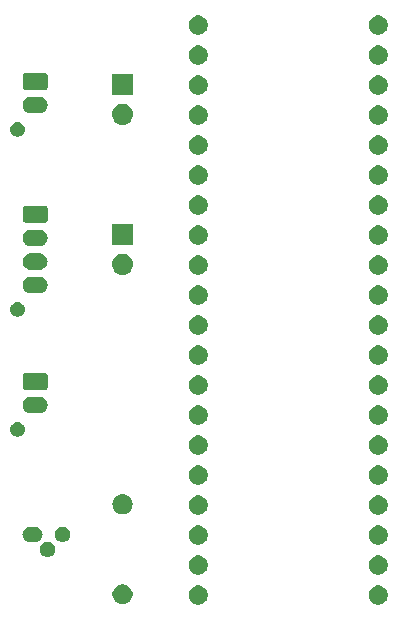
<source format=gbs>
G04 #@! TF.GenerationSoftware,KiCad,Pcbnew,(5.1.2-1)-1*
G04 #@! TF.CreationDate,2019-05-31T22:43:23-07:00*
G04 #@! TF.ProjectId,NeatoLidarInterface,4e656174-6f4c-4696-9461-72496e746572,rev?*
G04 #@! TF.SameCoordinates,Original*
G04 #@! TF.FileFunction,Soldermask,Bot*
G04 #@! TF.FilePolarity,Negative*
%FSLAX46Y46*%
G04 Gerber Fmt 4.6, Leading zero omitted, Abs format (unit mm)*
G04 Created by KiCad (PCBNEW (5.1.2-1)-1) date 2019-05-31 22:43:23*
%MOMM*%
%LPD*%
G04 APERTURE LIST*
%ADD10C,0.100000*%
G04 APERTURE END LIST*
D10*
G36*
X214927143Y-52618243D02*
G01*
X215075102Y-52679530D01*
X215208256Y-52768500D01*
X215321502Y-52881746D01*
X215410472Y-53014900D01*
X215471759Y-53162859D01*
X215503001Y-53319926D01*
X215503001Y-53480076D01*
X215471759Y-53637143D01*
X215410472Y-53785102D01*
X215321502Y-53918256D01*
X215208256Y-54031502D01*
X215075102Y-54120472D01*
X214927143Y-54181759D01*
X214770076Y-54213001D01*
X214609926Y-54213001D01*
X214452859Y-54181759D01*
X214304900Y-54120472D01*
X214171746Y-54031502D01*
X214058500Y-53918256D01*
X213969530Y-53785102D01*
X213908243Y-53637143D01*
X213877001Y-53480076D01*
X213877001Y-53319926D01*
X213908243Y-53162859D01*
X213969530Y-53014900D01*
X214058500Y-52881746D01*
X214171746Y-52768500D01*
X214304900Y-52679530D01*
X214452859Y-52618243D01*
X214609926Y-52587001D01*
X214770076Y-52587001D01*
X214927143Y-52618243D01*
X214927143Y-52618243D01*
G37*
G36*
X199687143Y-52618243D02*
G01*
X199835102Y-52679530D01*
X199968256Y-52768500D01*
X200081502Y-52881746D01*
X200170472Y-53014900D01*
X200231759Y-53162859D01*
X200263001Y-53319926D01*
X200263001Y-53480076D01*
X200231759Y-53637143D01*
X200170472Y-53785102D01*
X200081502Y-53918256D01*
X199968256Y-54031502D01*
X199835102Y-54120472D01*
X199687143Y-54181759D01*
X199530076Y-54213001D01*
X199369926Y-54213001D01*
X199212859Y-54181759D01*
X199064900Y-54120472D01*
X198931746Y-54031502D01*
X198818500Y-53918256D01*
X198729530Y-53785102D01*
X198668243Y-53637143D01*
X198637001Y-53480076D01*
X198637001Y-53319926D01*
X198668243Y-53162859D01*
X198729530Y-53014900D01*
X198818500Y-52881746D01*
X198931746Y-52768500D01*
X199064900Y-52679530D01*
X199212859Y-52618243D01*
X199369926Y-52587001D01*
X199530076Y-52587001D01*
X199687143Y-52618243D01*
X199687143Y-52618243D01*
G37*
G36*
X193288228Y-52521703D02*
G01*
X193443100Y-52585853D01*
X193582481Y-52678985D01*
X193701015Y-52797519D01*
X193794147Y-52936900D01*
X193858297Y-53091772D01*
X193891000Y-53256184D01*
X193891000Y-53423816D01*
X193858297Y-53588228D01*
X193794147Y-53743100D01*
X193701015Y-53882481D01*
X193582481Y-54001015D01*
X193443100Y-54094147D01*
X193288228Y-54158297D01*
X193123816Y-54191000D01*
X192956184Y-54191000D01*
X192791772Y-54158297D01*
X192636900Y-54094147D01*
X192497519Y-54001015D01*
X192378985Y-53882481D01*
X192285853Y-53743100D01*
X192221703Y-53588228D01*
X192189000Y-53423816D01*
X192189000Y-53256184D01*
X192221703Y-53091772D01*
X192285853Y-52936900D01*
X192378985Y-52797519D01*
X192497519Y-52678985D01*
X192636900Y-52585853D01*
X192791772Y-52521703D01*
X192956184Y-52489000D01*
X193123816Y-52489000D01*
X193288228Y-52521703D01*
X193288228Y-52521703D01*
G37*
G36*
X214927143Y-50078243D02*
G01*
X215075102Y-50139530D01*
X215208256Y-50228500D01*
X215321502Y-50341746D01*
X215410472Y-50474900D01*
X215471759Y-50622859D01*
X215503001Y-50779926D01*
X215503001Y-50940076D01*
X215471759Y-51097143D01*
X215410472Y-51245102D01*
X215321502Y-51378256D01*
X215208256Y-51491502D01*
X215075102Y-51580472D01*
X214927143Y-51641759D01*
X214770076Y-51673001D01*
X214609926Y-51673001D01*
X214452859Y-51641759D01*
X214304900Y-51580472D01*
X214171746Y-51491502D01*
X214058500Y-51378256D01*
X213969530Y-51245102D01*
X213908243Y-51097143D01*
X213877001Y-50940076D01*
X213877001Y-50779926D01*
X213908243Y-50622859D01*
X213969530Y-50474900D01*
X214058500Y-50341746D01*
X214171746Y-50228500D01*
X214304900Y-50139530D01*
X214452859Y-50078243D01*
X214609926Y-50047001D01*
X214770076Y-50047001D01*
X214927143Y-50078243D01*
X214927143Y-50078243D01*
G37*
G36*
X199687143Y-50078243D02*
G01*
X199835102Y-50139530D01*
X199968256Y-50228500D01*
X200081502Y-50341746D01*
X200170472Y-50474900D01*
X200231759Y-50622859D01*
X200263001Y-50779926D01*
X200263001Y-50940076D01*
X200231759Y-51097143D01*
X200170472Y-51245102D01*
X200081502Y-51378256D01*
X199968256Y-51491502D01*
X199835102Y-51580472D01*
X199687143Y-51641759D01*
X199530076Y-51673001D01*
X199369926Y-51673001D01*
X199212859Y-51641759D01*
X199064900Y-51580472D01*
X198931746Y-51491502D01*
X198818500Y-51378256D01*
X198729530Y-51245102D01*
X198668243Y-51097143D01*
X198637001Y-50940076D01*
X198637001Y-50779926D01*
X198668243Y-50622859D01*
X198729530Y-50474900D01*
X198818500Y-50341746D01*
X198931746Y-50228500D01*
X199064900Y-50139530D01*
X199212859Y-50078243D01*
X199369926Y-50047001D01*
X199530076Y-50047001D01*
X199687143Y-50078243D01*
X199687143Y-50078243D01*
G37*
G36*
X186753855Y-48882140D02*
G01*
X186817618Y-48888420D01*
X186892054Y-48911000D01*
X186940336Y-48925646D01*
X187053425Y-48986094D01*
X187152554Y-49067446D01*
X187233906Y-49166575D01*
X187294354Y-49279664D01*
X187294355Y-49279668D01*
X187331580Y-49402382D01*
X187344149Y-49530000D01*
X187331580Y-49657618D01*
X187304040Y-49748404D01*
X187294354Y-49780336D01*
X187233906Y-49893425D01*
X187152554Y-49992554D01*
X187053425Y-50073906D01*
X186940336Y-50134354D01*
X186908404Y-50144040D01*
X186817618Y-50171580D01*
X186753855Y-50177860D01*
X186721974Y-50181000D01*
X186658026Y-50181000D01*
X186626145Y-50177860D01*
X186562382Y-50171580D01*
X186471596Y-50144040D01*
X186439664Y-50134354D01*
X186326575Y-50073906D01*
X186227446Y-49992554D01*
X186146094Y-49893425D01*
X186085646Y-49780336D01*
X186075960Y-49748404D01*
X186048420Y-49657618D01*
X186035851Y-49530000D01*
X186048420Y-49402382D01*
X186085645Y-49279668D01*
X186085646Y-49279664D01*
X186146094Y-49166575D01*
X186227446Y-49067446D01*
X186326575Y-48986094D01*
X186439664Y-48925646D01*
X186487946Y-48911000D01*
X186562382Y-48888420D01*
X186626145Y-48882140D01*
X186658026Y-48879000D01*
X186721974Y-48879000D01*
X186753855Y-48882140D01*
X186753855Y-48882140D01*
G37*
G36*
X214927143Y-47538243D02*
G01*
X215075102Y-47599530D01*
X215208256Y-47688500D01*
X215321502Y-47801746D01*
X215410472Y-47934900D01*
X215471759Y-48082859D01*
X215503001Y-48239926D01*
X215503001Y-48400076D01*
X215471759Y-48557143D01*
X215410472Y-48705102D01*
X215321502Y-48838256D01*
X215208256Y-48951502D01*
X215075102Y-49040472D01*
X214927143Y-49101759D01*
X214770076Y-49133001D01*
X214609926Y-49133001D01*
X214452859Y-49101759D01*
X214304900Y-49040472D01*
X214171746Y-48951502D01*
X214058500Y-48838256D01*
X213969530Y-48705102D01*
X213908243Y-48557143D01*
X213877001Y-48400076D01*
X213877001Y-48239926D01*
X213908243Y-48082859D01*
X213969530Y-47934900D01*
X214058500Y-47801746D01*
X214171746Y-47688500D01*
X214304900Y-47599530D01*
X214452859Y-47538243D01*
X214609926Y-47507001D01*
X214770076Y-47507001D01*
X214927143Y-47538243D01*
X214927143Y-47538243D01*
G37*
G36*
X199687143Y-47538243D02*
G01*
X199835102Y-47599530D01*
X199968256Y-47688500D01*
X200081502Y-47801746D01*
X200170472Y-47934900D01*
X200231759Y-48082859D01*
X200263001Y-48239926D01*
X200263001Y-48400076D01*
X200231759Y-48557143D01*
X200170472Y-48705102D01*
X200081502Y-48838256D01*
X199968256Y-48951502D01*
X199835102Y-49040472D01*
X199687143Y-49101759D01*
X199530076Y-49133001D01*
X199369926Y-49133001D01*
X199212859Y-49101759D01*
X199064900Y-49040472D01*
X198931746Y-48951502D01*
X198818500Y-48838256D01*
X198729530Y-48705102D01*
X198668243Y-48557143D01*
X198637001Y-48400076D01*
X198637001Y-48239926D01*
X198668243Y-48082859D01*
X198729530Y-47934900D01*
X198818500Y-47801746D01*
X198931746Y-47688500D01*
X199064900Y-47599530D01*
X199212859Y-47538243D01*
X199369926Y-47507001D01*
X199530076Y-47507001D01*
X199687143Y-47538243D01*
X199687143Y-47538243D01*
G37*
G36*
X188023855Y-47612140D02*
G01*
X188087618Y-47618420D01*
X188178404Y-47645960D01*
X188210336Y-47655646D01*
X188323425Y-47716094D01*
X188422554Y-47797446D01*
X188503906Y-47896575D01*
X188564354Y-48009664D01*
X188564355Y-48009668D01*
X188601580Y-48132382D01*
X188614149Y-48260000D01*
X188601580Y-48387618D01*
X188574040Y-48478404D01*
X188564354Y-48510336D01*
X188503906Y-48623425D01*
X188422554Y-48722554D01*
X188323425Y-48803906D01*
X188210336Y-48864354D01*
X188178404Y-48874040D01*
X188087618Y-48901580D01*
X188023855Y-48907860D01*
X187991974Y-48911000D01*
X187928026Y-48911000D01*
X187896145Y-48907860D01*
X187832382Y-48901580D01*
X187741596Y-48874040D01*
X187709664Y-48864354D01*
X187596575Y-48803906D01*
X187497446Y-48722554D01*
X187416094Y-48623425D01*
X187355646Y-48510336D01*
X187345960Y-48478404D01*
X187318420Y-48387618D01*
X187305851Y-48260000D01*
X187318420Y-48132382D01*
X187355645Y-48009668D01*
X187355646Y-48009664D01*
X187416094Y-47896575D01*
X187497446Y-47797446D01*
X187596575Y-47716094D01*
X187709664Y-47655646D01*
X187741596Y-47645960D01*
X187832382Y-47618420D01*
X187896145Y-47612140D01*
X187928026Y-47609000D01*
X187991974Y-47609000D01*
X188023855Y-47612140D01*
X188023855Y-47612140D01*
G37*
G36*
X185683855Y-47612140D02*
G01*
X185747618Y-47618420D01*
X185838404Y-47645960D01*
X185870336Y-47655646D01*
X185983425Y-47716094D01*
X186082554Y-47797446D01*
X186163906Y-47896575D01*
X186224354Y-48009664D01*
X186224355Y-48009668D01*
X186261580Y-48132382D01*
X186274149Y-48260000D01*
X186261580Y-48387618D01*
X186234040Y-48478404D01*
X186224354Y-48510336D01*
X186163906Y-48623425D01*
X186082554Y-48722554D01*
X185983425Y-48803906D01*
X185870336Y-48864354D01*
X185838404Y-48874040D01*
X185747618Y-48901580D01*
X185683855Y-48907860D01*
X185651974Y-48911000D01*
X185188026Y-48911000D01*
X185156145Y-48907860D01*
X185092382Y-48901580D01*
X185001596Y-48874040D01*
X184969664Y-48864354D01*
X184856575Y-48803906D01*
X184757446Y-48722554D01*
X184676094Y-48623425D01*
X184615646Y-48510336D01*
X184605960Y-48478404D01*
X184578420Y-48387618D01*
X184565851Y-48260000D01*
X184578420Y-48132382D01*
X184615645Y-48009668D01*
X184615646Y-48009664D01*
X184676094Y-47896575D01*
X184757446Y-47797446D01*
X184856575Y-47716094D01*
X184969664Y-47655646D01*
X185001596Y-47645960D01*
X185092382Y-47618420D01*
X185156145Y-47612140D01*
X185188026Y-47609000D01*
X185651974Y-47609000D01*
X185683855Y-47612140D01*
X185683855Y-47612140D01*
G37*
G36*
X214927143Y-44998243D02*
G01*
X215075102Y-45059530D01*
X215208256Y-45148500D01*
X215321502Y-45261746D01*
X215410472Y-45394900D01*
X215471759Y-45542859D01*
X215503001Y-45699926D01*
X215503001Y-45860076D01*
X215471759Y-46017143D01*
X215410472Y-46165102D01*
X215321502Y-46298256D01*
X215208256Y-46411502D01*
X215075102Y-46500472D01*
X214927143Y-46561759D01*
X214770076Y-46593001D01*
X214609926Y-46593001D01*
X214452859Y-46561759D01*
X214304900Y-46500472D01*
X214171746Y-46411502D01*
X214058500Y-46298256D01*
X213969530Y-46165102D01*
X213908243Y-46017143D01*
X213877001Y-45860076D01*
X213877001Y-45699926D01*
X213908243Y-45542859D01*
X213969530Y-45394900D01*
X214058500Y-45261746D01*
X214171746Y-45148500D01*
X214304900Y-45059530D01*
X214452859Y-44998243D01*
X214609926Y-44967001D01*
X214770076Y-44967001D01*
X214927143Y-44998243D01*
X214927143Y-44998243D01*
G37*
G36*
X199687143Y-44998243D02*
G01*
X199835102Y-45059530D01*
X199968256Y-45148500D01*
X200081502Y-45261746D01*
X200170472Y-45394900D01*
X200231759Y-45542859D01*
X200263001Y-45699926D01*
X200263001Y-45860076D01*
X200231759Y-46017143D01*
X200170472Y-46165102D01*
X200081502Y-46298256D01*
X199968256Y-46411502D01*
X199835102Y-46500472D01*
X199687143Y-46561759D01*
X199530076Y-46593001D01*
X199369926Y-46593001D01*
X199212859Y-46561759D01*
X199064900Y-46500472D01*
X198931746Y-46411502D01*
X198818500Y-46298256D01*
X198729530Y-46165102D01*
X198668243Y-46017143D01*
X198637001Y-45860076D01*
X198637001Y-45699926D01*
X198668243Y-45542859D01*
X198729530Y-45394900D01*
X198818500Y-45261746D01*
X198931746Y-45148500D01*
X199064900Y-45059530D01*
X199212859Y-44998243D01*
X199369926Y-44967001D01*
X199530076Y-44967001D01*
X199687143Y-44998243D01*
X199687143Y-44998243D01*
G37*
G36*
X193206823Y-44881313D02*
G01*
X193367242Y-44929976D01*
X193494960Y-44998243D01*
X193515078Y-45008996D01*
X193644659Y-45115341D01*
X193751004Y-45244922D01*
X193751005Y-45244924D01*
X193830024Y-45392758D01*
X193878687Y-45553177D01*
X193895117Y-45720000D01*
X193878687Y-45886823D01*
X193830024Y-46047242D01*
X193767027Y-46165101D01*
X193751004Y-46195078D01*
X193644659Y-46324659D01*
X193515078Y-46431004D01*
X193515076Y-46431005D01*
X193367242Y-46510024D01*
X193206823Y-46558687D01*
X193081804Y-46571000D01*
X192998196Y-46571000D01*
X192873177Y-46558687D01*
X192712758Y-46510024D01*
X192564924Y-46431005D01*
X192564922Y-46431004D01*
X192435341Y-46324659D01*
X192328996Y-46195078D01*
X192312973Y-46165101D01*
X192249976Y-46047242D01*
X192201313Y-45886823D01*
X192184883Y-45720000D01*
X192201313Y-45553177D01*
X192249976Y-45392758D01*
X192328995Y-45244924D01*
X192328996Y-45244922D01*
X192435341Y-45115341D01*
X192564922Y-45008996D01*
X192585040Y-44998243D01*
X192712758Y-44929976D01*
X192873177Y-44881313D01*
X192998196Y-44869000D01*
X193081804Y-44869000D01*
X193206823Y-44881313D01*
X193206823Y-44881313D01*
G37*
G36*
X214927143Y-42458243D02*
G01*
X215075102Y-42519530D01*
X215208256Y-42608500D01*
X215321502Y-42721746D01*
X215410472Y-42854900D01*
X215471759Y-43002859D01*
X215503001Y-43159926D01*
X215503001Y-43320076D01*
X215471759Y-43477143D01*
X215410472Y-43625102D01*
X215321502Y-43758256D01*
X215208256Y-43871502D01*
X215075102Y-43960472D01*
X214927143Y-44021759D01*
X214770076Y-44053001D01*
X214609926Y-44053001D01*
X214452859Y-44021759D01*
X214304900Y-43960472D01*
X214171746Y-43871502D01*
X214058500Y-43758256D01*
X213969530Y-43625102D01*
X213908243Y-43477143D01*
X213877001Y-43320076D01*
X213877001Y-43159926D01*
X213908243Y-43002859D01*
X213969530Y-42854900D01*
X214058500Y-42721746D01*
X214171746Y-42608500D01*
X214304900Y-42519530D01*
X214452859Y-42458243D01*
X214609926Y-42427001D01*
X214770076Y-42427001D01*
X214927143Y-42458243D01*
X214927143Y-42458243D01*
G37*
G36*
X199687143Y-42458243D02*
G01*
X199835102Y-42519530D01*
X199968256Y-42608500D01*
X200081502Y-42721746D01*
X200170472Y-42854900D01*
X200231759Y-43002859D01*
X200263001Y-43159926D01*
X200263001Y-43320076D01*
X200231759Y-43477143D01*
X200170472Y-43625102D01*
X200081502Y-43758256D01*
X199968256Y-43871502D01*
X199835102Y-43960472D01*
X199687143Y-44021759D01*
X199530076Y-44053001D01*
X199369926Y-44053001D01*
X199212859Y-44021759D01*
X199064900Y-43960472D01*
X198931746Y-43871502D01*
X198818500Y-43758256D01*
X198729530Y-43625102D01*
X198668243Y-43477143D01*
X198637001Y-43320076D01*
X198637001Y-43159926D01*
X198668243Y-43002859D01*
X198729530Y-42854900D01*
X198818500Y-42721746D01*
X198931746Y-42608500D01*
X199064900Y-42519530D01*
X199212859Y-42458243D01*
X199369926Y-42427001D01*
X199530076Y-42427001D01*
X199687143Y-42458243D01*
X199687143Y-42458243D01*
G37*
G36*
X199687143Y-39918243D02*
G01*
X199835102Y-39979530D01*
X199968256Y-40068500D01*
X200081502Y-40181746D01*
X200170472Y-40314900D01*
X200231759Y-40462859D01*
X200263001Y-40619926D01*
X200263001Y-40780076D01*
X200231759Y-40937143D01*
X200170472Y-41085102D01*
X200081502Y-41218256D01*
X199968256Y-41331502D01*
X199835102Y-41420472D01*
X199687143Y-41481759D01*
X199530076Y-41513001D01*
X199369926Y-41513001D01*
X199212859Y-41481759D01*
X199064900Y-41420472D01*
X198931746Y-41331502D01*
X198818500Y-41218256D01*
X198729530Y-41085102D01*
X198668243Y-40937143D01*
X198637001Y-40780076D01*
X198637001Y-40619926D01*
X198668243Y-40462859D01*
X198729530Y-40314900D01*
X198818500Y-40181746D01*
X198931746Y-40068500D01*
X199064900Y-39979530D01*
X199212859Y-39918243D01*
X199369926Y-39887001D01*
X199530076Y-39887001D01*
X199687143Y-39918243D01*
X199687143Y-39918243D01*
G37*
G36*
X214927143Y-39918243D02*
G01*
X215075102Y-39979530D01*
X215208256Y-40068500D01*
X215321502Y-40181746D01*
X215410472Y-40314900D01*
X215471759Y-40462859D01*
X215503001Y-40619926D01*
X215503001Y-40780076D01*
X215471759Y-40937143D01*
X215410472Y-41085102D01*
X215321502Y-41218256D01*
X215208256Y-41331502D01*
X215075102Y-41420472D01*
X214927143Y-41481759D01*
X214770076Y-41513001D01*
X214609926Y-41513001D01*
X214452859Y-41481759D01*
X214304900Y-41420472D01*
X214171746Y-41331502D01*
X214058500Y-41218256D01*
X213969530Y-41085102D01*
X213908243Y-40937143D01*
X213877001Y-40780076D01*
X213877001Y-40619926D01*
X213908243Y-40462859D01*
X213969530Y-40314900D01*
X214058500Y-40181746D01*
X214171746Y-40068500D01*
X214304900Y-39979530D01*
X214452859Y-39918243D01*
X214609926Y-39887001D01*
X214770076Y-39887001D01*
X214927143Y-39918243D01*
X214927143Y-39918243D01*
G37*
G36*
X184332597Y-38768056D02*
G01*
X184446521Y-38815245D01*
X184446522Y-38815246D01*
X184549052Y-38883754D01*
X184636246Y-38970948D01*
X184670733Y-39022562D01*
X184704755Y-39073479D01*
X184751944Y-39187403D01*
X184776000Y-39308343D01*
X184776000Y-39431657D01*
X184751944Y-39552597D01*
X184704755Y-39666521D01*
X184704754Y-39666522D01*
X184636246Y-39769052D01*
X184549052Y-39856246D01*
X184503024Y-39887001D01*
X184446521Y-39924755D01*
X184332597Y-39971944D01*
X184211657Y-39996000D01*
X184088343Y-39996000D01*
X183967403Y-39971944D01*
X183853479Y-39924755D01*
X183796976Y-39887001D01*
X183750948Y-39856246D01*
X183663754Y-39769052D01*
X183595246Y-39666522D01*
X183595245Y-39666521D01*
X183548056Y-39552597D01*
X183524000Y-39431657D01*
X183524000Y-39308343D01*
X183548056Y-39187403D01*
X183595245Y-39073479D01*
X183629267Y-39022562D01*
X183663754Y-38970948D01*
X183750948Y-38883754D01*
X183853478Y-38815246D01*
X183853479Y-38815245D01*
X183967403Y-38768056D01*
X184088343Y-38744000D01*
X184211657Y-38744000D01*
X184332597Y-38768056D01*
X184332597Y-38768056D01*
G37*
G36*
X199687143Y-37378243D02*
G01*
X199835102Y-37439530D01*
X199968256Y-37528500D01*
X200081502Y-37641746D01*
X200170472Y-37774900D01*
X200231759Y-37922859D01*
X200263001Y-38079926D01*
X200263001Y-38240076D01*
X200231759Y-38397143D01*
X200170472Y-38545102D01*
X200081502Y-38678256D01*
X199968256Y-38791502D01*
X199835102Y-38880472D01*
X199687143Y-38941759D01*
X199530076Y-38973001D01*
X199369926Y-38973001D01*
X199212859Y-38941759D01*
X199064900Y-38880472D01*
X198931746Y-38791502D01*
X198818500Y-38678256D01*
X198729530Y-38545102D01*
X198668243Y-38397143D01*
X198637001Y-38240076D01*
X198637001Y-38079926D01*
X198668243Y-37922859D01*
X198729530Y-37774900D01*
X198818500Y-37641746D01*
X198931746Y-37528500D01*
X199064900Y-37439530D01*
X199212859Y-37378243D01*
X199369926Y-37347001D01*
X199530076Y-37347001D01*
X199687143Y-37378243D01*
X199687143Y-37378243D01*
G37*
G36*
X214927143Y-37378243D02*
G01*
X215075102Y-37439530D01*
X215208256Y-37528500D01*
X215321502Y-37641746D01*
X215410472Y-37774900D01*
X215471759Y-37922859D01*
X215503001Y-38079926D01*
X215503001Y-38240076D01*
X215471759Y-38397143D01*
X215410472Y-38545102D01*
X215321502Y-38678256D01*
X215208256Y-38791502D01*
X215075102Y-38880472D01*
X214927143Y-38941759D01*
X214770076Y-38973001D01*
X214609926Y-38973001D01*
X214452859Y-38941759D01*
X214304900Y-38880472D01*
X214171746Y-38791502D01*
X214058500Y-38678256D01*
X213969530Y-38545102D01*
X213908243Y-38397143D01*
X213877001Y-38240076D01*
X213877001Y-38079926D01*
X213908243Y-37922859D01*
X213969530Y-37774900D01*
X214058500Y-37641746D01*
X214171746Y-37528500D01*
X214304900Y-37439530D01*
X214452859Y-37378243D01*
X214609926Y-37347001D01*
X214770076Y-37347001D01*
X214927143Y-37378243D01*
X214927143Y-37378243D01*
G37*
G36*
X186137421Y-36629143D02*
G01*
X186269557Y-36669227D01*
X186269559Y-36669228D01*
X186391339Y-36734320D01*
X186391341Y-36734321D01*
X186391340Y-36734321D01*
X186498080Y-36821920D01*
X186585679Y-36928660D01*
X186650773Y-37050443D01*
X186690857Y-37182579D01*
X186704391Y-37320000D01*
X186690857Y-37457421D01*
X186650773Y-37589557D01*
X186650772Y-37589559D01*
X186585680Y-37711339D01*
X186498080Y-37818080D01*
X186391339Y-37905680D01*
X186269559Y-37970772D01*
X186269557Y-37970773D01*
X186137421Y-38010857D01*
X186034432Y-38021000D01*
X185265568Y-38021000D01*
X185162579Y-38010857D01*
X185030443Y-37970773D01*
X185030441Y-37970772D01*
X184908661Y-37905680D01*
X184801920Y-37818080D01*
X184714320Y-37711339D01*
X184649228Y-37589559D01*
X184649227Y-37589557D01*
X184609143Y-37457421D01*
X184595609Y-37320000D01*
X184609143Y-37182579D01*
X184649227Y-37050443D01*
X184714321Y-36928660D01*
X184801920Y-36821920D01*
X184908660Y-36734321D01*
X184908659Y-36734321D01*
X184908661Y-36734320D01*
X185030441Y-36669228D01*
X185030443Y-36669227D01*
X185162579Y-36629143D01*
X185265568Y-36619000D01*
X186034432Y-36619000D01*
X186137421Y-36629143D01*
X186137421Y-36629143D01*
G37*
G36*
X214927143Y-34838243D02*
G01*
X215075102Y-34899530D01*
X215208256Y-34988500D01*
X215321502Y-35101746D01*
X215410472Y-35234900D01*
X215471759Y-35382859D01*
X215503001Y-35539926D01*
X215503001Y-35700076D01*
X215471759Y-35857143D01*
X215410472Y-36005102D01*
X215321502Y-36138256D01*
X215208256Y-36251502D01*
X215075102Y-36340472D01*
X214927143Y-36401759D01*
X214770076Y-36433001D01*
X214609926Y-36433001D01*
X214452859Y-36401759D01*
X214304900Y-36340472D01*
X214171746Y-36251502D01*
X214058500Y-36138256D01*
X213969530Y-36005102D01*
X213908243Y-35857143D01*
X213877001Y-35700076D01*
X213877001Y-35539926D01*
X213908243Y-35382859D01*
X213969530Y-35234900D01*
X214058500Y-35101746D01*
X214171746Y-34988500D01*
X214304900Y-34899530D01*
X214452859Y-34838243D01*
X214609926Y-34807001D01*
X214770076Y-34807001D01*
X214927143Y-34838243D01*
X214927143Y-34838243D01*
G37*
G36*
X199687143Y-34838243D02*
G01*
X199835102Y-34899530D01*
X199968256Y-34988500D01*
X200081502Y-35101746D01*
X200170472Y-35234900D01*
X200231759Y-35382859D01*
X200263001Y-35539926D01*
X200263001Y-35700076D01*
X200231759Y-35857143D01*
X200170472Y-36005102D01*
X200081502Y-36138256D01*
X199968256Y-36251502D01*
X199835102Y-36340472D01*
X199687143Y-36401759D01*
X199530076Y-36433001D01*
X199369926Y-36433001D01*
X199212859Y-36401759D01*
X199064900Y-36340472D01*
X198931746Y-36251502D01*
X198818500Y-36138256D01*
X198729530Y-36005102D01*
X198668243Y-35857143D01*
X198637001Y-35700076D01*
X198637001Y-35539926D01*
X198668243Y-35382859D01*
X198729530Y-35234900D01*
X198818500Y-35101746D01*
X198931746Y-34988500D01*
X199064900Y-34899530D01*
X199212859Y-34838243D01*
X199369926Y-34807001D01*
X199530076Y-34807001D01*
X199687143Y-34838243D01*
X199687143Y-34838243D01*
G37*
G36*
X186545781Y-34623295D02*
G01*
X186581816Y-34634227D01*
X186615024Y-34651977D01*
X186644134Y-34675866D01*
X186668023Y-34704976D01*
X186685773Y-34738184D01*
X186696705Y-34774219D01*
X186701000Y-34817831D01*
X186701000Y-35822169D01*
X186696705Y-35865781D01*
X186685773Y-35901816D01*
X186668023Y-35935024D01*
X186644134Y-35964134D01*
X186615024Y-35988023D01*
X186581816Y-36005773D01*
X186545781Y-36016705D01*
X186502169Y-36021000D01*
X184797831Y-36021000D01*
X184754219Y-36016705D01*
X184718184Y-36005773D01*
X184684976Y-35988023D01*
X184655866Y-35964134D01*
X184631977Y-35935024D01*
X184614227Y-35901816D01*
X184603295Y-35865781D01*
X184599000Y-35822169D01*
X184599000Y-34817831D01*
X184603295Y-34774219D01*
X184614227Y-34738184D01*
X184631977Y-34704976D01*
X184655866Y-34675866D01*
X184684976Y-34651977D01*
X184718184Y-34634227D01*
X184754219Y-34623295D01*
X184797831Y-34619000D01*
X186502169Y-34619000D01*
X186545781Y-34623295D01*
X186545781Y-34623295D01*
G37*
G36*
X199687143Y-32298243D02*
G01*
X199835102Y-32359530D01*
X199968256Y-32448500D01*
X200081502Y-32561746D01*
X200170472Y-32694900D01*
X200231759Y-32842859D01*
X200263001Y-32999926D01*
X200263001Y-33160076D01*
X200231759Y-33317143D01*
X200170472Y-33465102D01*
X200081502Y-33598256D01*
X199968256Y-33711502D01*
X199835102Y-33800472D01*
X199687143Y-33861759D01*
X199530076Y-33893001D01*
X199369926Y-33893001D01*
X199212859Y-33861759D01*
X199064900Y-33800472D01*
X198931746Y-33711502D01*
X198818500Y-33598256D01*
X198729530Y-33465102D01*
X198668243Y-33317143D01*
X198637001Y-33160076D01*
X198637001Y-32999926D01*
X198668243Y-32842859D01*
X198729530Y-32694900D01*
X198818500Y-32561746D01*
X198931746Y-32448500D01*
X199064900Y-32359530D01*
X199212859Y-32298243D01*
X199369926Y-32267001D01*
X199530076Y-32267001D01*
X199687143Y-32298243D01*
X199687143Y-32298243D01*
G37*
G36*
X214927143Y-32298243D02*
G01*
X215075102Y-32359530D01*
X215208256Y-32448500D01*
X215321502Y-32561746D01*
X215410472Y-32694900D01*
X215471759Y-32842859D01*
X215503001Y-32999926D01*
X215503001Y-33160076D01*
X215471759Y-33317143D01*
X215410472Y-33465102D01*
X215321502Y-33598256D01*
X215208256Y-33711502D01*
X215075102Y-33800472D01*
X214927143Y-33861759D01*
X214770076Y-33893001D01*
X214609926Y-33893001D01*
X214452859Y-33861759D01*
X214304900Y-33800472D01*
X214171746Y-33711502D01*
X214058500Y-33598256D01*
X213969530Y-33465102D01*
X213908243Y-33317143D01*
X213877001Y-33160076D01*
X213877001Y-32999926D01*
X213908243Y-32842859D01*
X213969530Y-32694900D01*
X214058500Y-32561746D01*
X214171746Y-32448500D01*
X214304900Y-32359530D01*
X214452859Y-32298243D01*
X214609926Y-32267001D01*
X214770076Y-32267001D01*
X214927143Y-32298243D01*
X214927143Y-32298243D01*
G37*
G36*
X199687143Y-29758243D02*
G01*
X199835102Y-29819530D01*
X199968256Y-29908500D01*
X200081502Y-30021746D01*
X200170472Y-30154900D01*
X200231759Y-30302859D01*
X200263001Y-30459926D01*
X200263001Y-30620076D01*
X200231759Y-30777143D01*
X200170472Y-30925102D01*
X200081502Y-31058256D01*
X199968256Y-31171502D01*
X199835102Y-31260472D01*
X199687143Y-31321759D01*
X199530076Y-31353001D01*
X199369926Y-31353001D01*
X199212859Y-31321759D01*
X199064900Y-31260472D01*
X198931746Y-31171502D01*
X198818500Y-31058256D01*
X198729530Y-30925102D01*
X198668243Y-30777143D01*
X198637001Y-30620076D01*
X198637001Y-30459926D01*
X198668243Y-30302859D01*
X198729530Y-30154900D01*
X198818500Y-30021746D01*
X198931746Y-29908500D01*
X199064900Y-29819530D01*
X199212859Y-29758243D01*
X199369926Y-29727001D01*
X199530076Y-29727001D01*
X199687143Y-29758243D01*
X199687143Y-29758243D01*
G37*
G36*
X214927143Y-29758243D02*
G01*
X215075102Y-29819530D01*
X215208256Y-29908500D01*
X215321502Y-30021746D01*
X215410472Y-30154900D01*
X215471759Y-30302859D01*
X215503001Y-30459926D01*
X215503001Y-30620076D01*
X215471759Y-30777143D01*
X215410472Y-30925102D01*
X215321502Y-31058256D01*
X215208256Y-31171502D01*
X215075102Y-31260472D01*
X214927143Y-31321759D01*
X214770076Y-31353001D01*
X214609926Y-31353001D01*
X214452859Y-31321759D01*
X214304900Y-31260472D01*
X214171746Y-31171502D01*
X214058500Y-31058256D01*
X213969530Y-30925102D01*
X213908243Y-30777143D01*
X213877001Y-30620076D01*
X213877001Y-30459926D01*
X213908243Y-30302859D01*
X213969530Y-30154900D01*
X214058500Y-30021746D01*
X214171746Y-29908500D01*
X214304900Y-29819530D01*
X214452859Y-29758243D01*
X214609926Y-29727001D01*
X214770076Y-29727001D01*
X214927143Y-29758243D01*
X214927143Y-29758243D01*
G37*
G36*
X184332597Y-28608056D02*
G01*
X184446521Y-28655245D01*
X184446522Y-28655246D01*
X184549052Y-28723754D01*
X184636246Y-28810948D01*
X184670733Y-28862562D01*
X184704755Y-28913479D01*
X184751944Y-29027403D01*
X184776000Y-29148343D01*
X184776000Y-29271657D01*
X184751944Y-29392597D01*
X184704755Y-29506521D01*
X184704754Y-29506522D01*
X184636246Y-29609052D01*
X184549052Y-29696246D01*
X184503024Y-29727001D01*
X184446521Y-29764755D01*
X184332597Y-29811944D01*
X184211657Y-29836000D01*
X184088343Y-29836000D01*
X183967403Y-29811944D01*
X183853479Y-29764755D01*
X183796976Y-29727001D01*
X183750948Y-29696246D01*
X183663754Y-29609052D01*
X183595246Y-29506522D01*
X183595245Y-29506521D01*
X183548056Y-29392597D01*
X183524000Y-29271657D01*
X183524000Y-29148343D01*
X183548056Y-29027403D01*
X183595245Y-28913479D01*
X183629267Y-28862562D01*
X183663754Y-28810948D01*
X183750948Y-28723754D01*
X183853478Y-28655246D01*
X183853479Y-28655245D01*
X183967403Y-28608056D01*
X184088343Y-28584000D01*
X184211657Y-28584000D01*
X184332597Y-28608056D01*
X184332597Y-28608056D01*
G37*
G36*
X199687143Y-27218243D02*
G01*
X199835102Y-27279530D01*
X199968256Y-27368500D01*
X200081502Y-27481746D01*
X200170472Y-27614900D01*
X200231759Y-27762859D01*
X200263001Y-27919926D01*
X200263001Y-28080076D01*
X200231759Y-28237143D01*
X200170472Y-28385102D01*
X200081502Y-28518256D01*
X199968256Y-28631502D01*
X199835102Y-28720472D01*
X199687143Y-28781759D01*
X199530076Y-28813001D01*
X199369926Y-28813001D01*
X199212859Y-28781759D01*
X199064900Y-28720472D01*
X198931746Y-28631502D01*
X198818500Y-28518256D01*
X198729530Y-28385102D01*
X198668243Y-28237143D01*
X198637001Y-28080076D01*
X198637001Y-27919926D01*
X198668243Y-27762859D01*
X198729530Y-27614900D01*
X198818500Y-27481746D01*
X198931746Y-27368500D01*
X199064900Y-27279530D01*
X199212859Y-27218243D01*
X199369926Y-27187001D01*
X199530076Y-27187001D01*
X199687143Y-27218243D01*
X199687143Y-27218243D01*
G37*
G36*
X214927143Y-27218243D02*
G01*
X215075102Y-27279530D01*
X215208256Y-27368500D01*
X215321502Y-27481746D01*
X215410472Y-27614900D01*
X215471759Y-27762859D01*
X215503001Y-27919926D01*
X215503001Y-28080076D01*
X215471759Y-28237143D01*
X215410472Y-28385102D01*
X215321502Y-28518256D01*
X215208256Y-28631502D01*
X215075102Y-28720472D01*
X214927143Y-28781759D01*
X214770076Y-28813001D01*
X214609926Y-28813001D01*
X214452859Y-28781759D01*
X214304900Y-28720472D01*
X214171746Y-28631502D01*
X214058500Y-28518256D01*
X213969530Y-28385102D01*
X213908243Y-28237143D01*
X213877001Y-28080076D01*
X213877001Y-27919926D01*
X213908243Y-27762859D01*
X213969530Y-27614900D01*
X214058500Y-27481746D01*
X214171746Y-27368500D01*
X214304900Y-27279530D01*
X214452859Y-27218243D01*
X214609926Y-27187001D01*
X214770076Y-27187001D01*
X214927143Y-27218243D01*
X214927143Y-27218243D01*
G37*
G36*
X186137421Y-26469143D02*
G01*
X186269557Y-26509227D01*
X186269559Y-26509228D01*
X186391339Y-26574320D01*
X186391341Y-26574321D01*
X186391340Y-26574321D01*
X186498080Y-26661920D01*
X186585679Y-26768660D01*
X186650773Y-26890443D01*
X186690857Y-27022579D01*
X186704391Y-27160000D01*
X186690857Y-27297421D01*
X186650773Y-27429557D01*
X186650772Y-27429559D01*
X186585680Y-27551339D01*
X186498080Y-27658080D01*
X186391339Y-27745680D01*
X186269559Y-27810772D01*
X186269557Y-27810773D01*
X186137421Y-27850857D01*
X186034432Y-27861000D01*
X185265568Y-27861000D01*
X185162579Y-27850857D01*
X185030443Y-27810773D01*
X185030441Y-27810772D01*
X184908661Y-27745680D01*
X184801920Y-27658080D01*
X184714320Y-27551339D01*
X184649228Y-27429559D01*
X184649227Y-27429557D01*
X184609143Y-27297421D01*
X184595609Y-27160000D01*
X184609143Y-27022579D01*
X184649227Y-26890443D01*
X184714321Y-26768660D01*
X184801920Y-26661920D01*
X184908660Y-26574321D01*
X184908659Y-26574321D01*
X184908661Y-26574320D01*
X185030441Y-26509228D01*
X185030443Y-26509227D01*
X185162579Y-26469143D01*
X185265568Y-26459000D01*
X186034432Y-26459000D01*
X186137421Y-26469143D01*
X186137421Y-26469143D01*
G37*
G36*
X193150442Y-24505518D02*
G01*
X193216627Y-24512037D01*
X193386466Y-24563557D01*
X193542991Y-24647222D01*
X193560900Y-24661920D01*
X193680186Y-24759814D01*
X193763448Y-24861271D01*
X193792778Y-24897009D01*
X193876443Y-25053534D01*
X193927963Y-25223373D01*
X193945359Y-25400000D01*
X193927963Y-25576627D01*
X193876443Y-25746466D01*
X193792778Y-25902991D01*
X193763448Y-25938729D01*
X193680186Y-26040186D01*
X193578729Y-26123448D01*
X193542991Y-26152778D01*
X193386466Y-26236443D01*
X193216627Y-26287963D01*
X193150443Y-26294481D01*
X193084260Y-26301000D01*
X192995740Y-26301000D01*
X192929557Y-26294481D01*
X192863373Y-26287963D01*
X192693534Y-26236443D01*
X192537009Y-26152778D01*
X192501271Y-26123448D01*
X192399814Y-26040186D01*
X192316552Y-25938729D01*
X192287222Y-25902991D01*
X192203557Y-25746466D01*
X192152037Y-25576627D01*
X192134641Y-25400000D01*
X192152037Y-25223373D01*
X192203557Y-25053534D01*
X192287222Y-24897009D01*
X192316552Y-24861271D01*
X192399814Y-24759814D01*
X192519100Y-24661920D01*
X192537009Y-24647222D01*
X192693534Y-24563557D01*
X192863373Y-24512037D01*
X192929557Y-24505519D01*
X192995740Y-24499000D01*
X193084260Y-24499000D01*
X193150442Y-24505518D01*
X193150442Y-24505518D01*
G37*
G36*
X199687143Y-24678243D02*
G01*
X199835102Y-24739530D01*
X199968256Y-24828500D01*
X200081502Y-24941746D01*
X200170472Y-25074900D01*
X200231759Y-25222859D01*
X200263001Y-25379926D01*
X200263001Y-25540076D01*
X200231759Y-25697143D01*
X200170472Y-25845102D01*
X200081502Y-25978256D01*
X199968256Y-26091502D01*
X199835102Y-26180472D01*
X199687143Y-26241759D01*
X199530076Y-26273001D01*
X199369926Y-26273001D01*
X199212859Y-26241759D01*
X199064900Y-26180472D01*
X198931746Y-26091502D01*
X198818500Y-25978256D01*
X198729530Y-25845102D01*
X198668243Y-25697143D01*
X198637001Y-25540076D01*
X198637001Y-25379926D01*
X198668243Y-25222859D01*
X198729530Y-25074900D01*
X198818500Y-24941746D01*
X198931746Y-24828500D01*
X199064900Y-24739530D01*
X199212859Y-24678243D01*
X199369926Y-24647001D01*
X199530076Y-24647001D01*
X199687143Y-24678243D01*
X199687143Y-24678243D01*
G37*
G36*
X214927143Y-24678243D02*
G01*
X215075102Y-24739530D01*
X215208256Y-24828500D01*
X215321502Y-24941746D01*
X215410472Y-25074900D01*
X215471759Y-25222859D01*
X215503001Y-25379926D01*
X215503001Y-25540076D01*
X215471759Y-25697143D01*
X215410472Y-25845102D01*
X215321502Y-25978256D01*
X215208256Y-26091502D01*
X215075102Y-26180472D01*
X214927143Y-26241759D01*
X214770076Y-26273001D01*
X214609926Y-26273001D01*
X214452859Y-26241759D01*
X214304900Y-26180472D01*
X214171746Y-26091502D01*
X214058500Y-25978256D01*
X213969530Y-25845102D01*
X213908243Y-25697143D01*
X213877001Y-25540076D01*
X213877001Y-25379926D01*
X213908243Y-25222859D01*
X213969530Y-25074900D01*
X214058500Y-24941746D01*
X214171746Y-24828500D01*
X214304900Y-24739530D01*
X214452859Y-24678243D01*
X214609926Y-24647001D01*
X214770076Y-24647001D01*
X214927143Y-24678243D01*
X214927143Y-24678243D01*
G37*
G36*
X186137421Y-24469143D02*
G01*
X186269557Y-24509227D01*
X186269559Y-24509228D01*
X186391339Y-24574320D01*
X186391341Y-24574321D01*
X186391340Y-24574321D01*
X186498080Y-24661920D01*
X186585679Y-24768660D01*
X186650773Y-24890443D01*
X186690857Y-25022579D01*
X186704391Y-25160000D01*
X186690857Y-25297421D01*
X186665828Y-25379927D01*
X186650772Y-25429559D01*
X186585680Y-25551339D01*
X186498080Y-25658080D01*
X186391339Y-25745680D01*
X186269559Y-25810772D01*
X186269557Y-25810773D01*
X186137421Y-25850857D01*
X186034432Y-25861000D01*
X185265568Y-25861000D01*
X185162579Y-25850857D01*
X185030443Y-25810773D01*
X185030441Y-25810772D01*
X184908661Y-25745680D01*
X184801920Y-25658080D01*
X184714320Y-25551339D01*
X184649228Y-25429559D01*
X184634172Y-25379927D01*
X184609143Y-25297421D01*
X184595609Y-25160000D01*
X184609143Y-25022579D01*
X184649227Y-24890443D01*
X184714321Y-24768660D01*
X184801920Y-24661920D01*
X184908660Y-24574321D01*
X184908659Y-24574321D01*
X184908661Y-24574320D01*
X185030441Y-24509228D01*
X185030443Y-24509227D01*
X185162579Y-24469143D01*
X185265568Y-24459000D01*
X186034432Y-24459000D01*
X186137421Y-24469143D01*
X186137421Y-24469143D01*
G37*
G36*
X186137421Y-22469143D02*
G01*
X186269557Y-22509227D01*
X186269559Y-22509228D01*
X186391339Y-22574320D01*
X186391341Y-22574321D01*
X186391340Y-22574321D01*
X186498080Y-22661920D01*
X186585679Y-22768660D01*
X186650773Y-22890443D01*
X186690857Y-23022579D01*
X186704391Y-23160000D01*
X186690857Y-23297421D01*
X186650773Y-23429557D01*
X186650772Y-23429559D01*
X186585680Y-23551339D01*
X186498080Y-23658080D01*
X186391339Y-23745680D01*
X186269559Y-23810772D01*
X186269557Y-23810773D01*
X186137421Y-23850857D01*
X186034432Y-23861000D01*
X185265568Y-23861000D01*
X185162579Y-23850857D01*
X185030443Y-23810773D01*
X185030441Y-23810772D01*
X184908661Y-23745680D01*
X184801920Y-23658080D01*
X184714320Y-23551339D01*
X184649228Y-23429559D01*
X184649227Y-23429557D01*
X184609143Y-23297421D01*
X184595609Y-23160000D01*
X184609143Y-23022579D01*
X184649227Y-22890443D01*
X184714321Y-22768660D01*
X184801920Y-22661920D01*
X184908660Y-22574321D01*
X184908659Y-22574321D01*
X184908661Y-22574320D01*
X185030441Y-22509228D01*
X185030443Y-22509227D01*
X185162579Y-22469143D01*
X185265568Y-22459000D01*
X186034432Y-22459000D01*
X186137421Y-22469143D01*
X186137421Y-22469143D01*
G37*
G36*
X193941000Y-23761000D02*
G01*
X192139000Y-23761000D01*
X192139000Y-21959000D01*
X193941000Y-21959000D01*
X193941000Y-23761000D01*
X193941000Y-23761000D01*
G37*
G36*
X214927143Y-22138243D02*
G01*
X215075102Y-22199530D01*
X215208256Y-22288500D01*
X215321502Y-22401746D01*
X215410472Y-22534900D01*
X215471759Y-22682859D01*
X215503001Y-22839926D01*
X215503001Y-23000076D01*
X215471759Y-23157143D01*
X215410472Y-23305102D01*
X215321502Y-23438256D01*
X215208256Y-23551502D01*
X215075102Y-23640472D01*
X214927143Y-23701759D01*
X214770076Y-23733001D01*
X214609926Y-23733001D01*
X214452859Y-23701759D01*
X214304900Y-23640472D01*
X214171746Y-23551502D01*
X214058500Y-23438256D01*
X213969530Y-23305102D01*
X213908243Y-23157143D01*
X213877001Y-23000076D01*
X213877001Y-22839926D01*
X213908243Y-22682859D01*
X213969530Y-22534900D01*
X214058500Y-22401746D01*
X214171746Y-22288500D01*
X214304900Y-22199530D01*
X214452859Y-22138243D01*
X214609926Y-22107001D01*
X214770076Y-22107001D01*
X214927143Y-22138243D01*
X214927143Y-22138243D01*
G37*
G36*
X199687143Y-22138243D02*
G01*
X199835102Y-22199530D01*
X199968256Y-22288500D01*
X200081502Y-22401746D01*
X200170472Y-22534900D01*
X200231759Y-22682859D01*
X200263001Y-22839926D01*
X200263001Y-23000076D01*
X200231759Y-23157143D01*
X200170472Y-23305102D01*
X200081502Y-23438256D01*
X199968256Y-23551502D01*
X199835102Y-23640472D01*
X199687143Y-23701759D01*
X199530076Y-23733001D01*
X199369926Y-23733001D01*
X199212859Y-23701759D01*
X199064900Y-23640472D01*
X198931746Y-23551502D01*
X198818500Y-23438256D01*
X198729530Y-23305102D01*
X198668243Y-23157143D01*
X198637001Y-23000076D01*
X198637001Y-22839926D01*
X198668243Y-22682859D01*
X198729530Y-22534900D01*
X198818500Y-22401746D01*
X198931746Y-22288500D01*
X199064900Y-22199530D01*
X199212859Y-22138243D01*
X199369926Y-22107001D01*
X199530076Y-22107001D01*
X199687143Y-22138243D01*
X199687143Y-22138243D01*
G37*
G36*
X186545781Y-20463295D02*
G01*
X186581816Y-20474227D01*
X186615024Y-20491977D01*
X186644134Y-20515866D01*
X186668023Y-20544976D01*
X186685773Y-20578184D01*
X186696705Y-20614219D01*
X186701000Y-20657831D01*
X186701000Y-21662169D01*
X186696705Y-21705781D01*
X186685773Y-21741816D01*
X186668023Y-21775024D01*
X186644134Y-21804134D01*
X186615024Y-21828023D01*
X186581816Y-21845773D01*
X186545781Y-21856705D01*
X186502169Y-21861000D01*
X184797831Y-21861000D01*
X184754219Y-21856705D01*
X184718184Y-21845773D01*
X184684976Y-21828023D01*
X184655866Y-21804134D01*
X184631977Y-21775024D01*
X184614227Y-21741816D01*
X184603295Y-21705781D01*
X184599000Y-21662169D01*
X184599000Y-20657831D01*
X184603295Y-20614219D01*
X184614227Y-20578184D01*
X184631977Y-20544976D01*
X184655866Y-20515866D01*
X184684976Y-20491977D01*
X184718184Y-20474227D01*
X184754219Y-20463295D01*
X184797831Y-20459000D01*
X186502169Y-20459000D01*
X186545781Y-20463295D01*
X186545781Y-20463295D01*
G37*
G36*
X214927143Y-19598243D02*
G01*
X215075102Y-19659530D01*
X215208256Y-19748500D01*
X215321502Y-19861746D01*
X215410472Y-19994900D01*
X215471759Y-20142859D01*
X215503001Y-20299926D01*
X215503001Y-20460076D01*
X215471759Y-20617143D01*
X215410472Y-20765102D01*
X215321502Y-20898256D01*
X215208256Y-21011502D01*
X215075102Y-21100472D01*
X214927143Y-21161759D01*
X214770076Y-21193001D01*
X214609926Y-21193001D01*
X214452859Y-21161759D01*
X214304900Y-21100472D01*
X214171746Y-21011502D01*
X214058500Y-20898256D01*
X213969530Y-20765102D01*
X213908243Y-20617143D01*
X213877001Y-20460076D01*
X213877001Y-20299926D01*
X213908243Y-20142859D01*
X213969530Y-19994900D01*
X214058500Y-19861746D01*
X214171746Y-19748500D01*
X214304900Y-19659530D01*
X214452859Y-19598243D01*
X214609926Y-19567001D01*
X214770076Y-19567001D01*
X214927143Y-19598243D01*
X214927143Y-19598243D01*
G37*
G36*
X199687143Y-19598243D02*
G01*
X199835102Y-19659530D01*
X199968256Y-19748500D01*
X200081502Y-19861746D01*
X200170472Y-19994900D01*
X200231759Y-20142859D01*
X200263001Y-20299926D01*
X200263001Y-20460076D01*
X200231759Y-20617143D01*
X200170472Y-20765102D01*
X200081502Y-20898256D01*
X199968256Y-21011502D01*
X199835102Y-21100472D01*
X199687143Y-21161759D01*
X199530076Y-21193001D01*
X199369926Y-21193001D01*
X199212859Y-21161759D01*
X199064900Y-21100472D01*
X198931746Y-21011502D01*
X198818500Y-20898256D01*
X198729530Y-20765102D01*
X198668243Y-20617143D01*
X198637001Y-20460076D01*
X198637001Y-20299926D01*
X198668243Y-20142859D01*
X198729530Y-19994900D01*
X198818500Y-19861746D01*
X198931746Y-19748500D01*
X199064900Y-19659530D01*
X199212859Y-19598243D01*
X199369926Y-19567001D01*
X199530076Y-19567001D01*
X199687143Y-19598243D01*
X199687143Y-19598243D01*
G37*
G36*
X214927143Y-17058243D02*
G01*
X215075102Y-17119530D01*
X215208256Y-17208500D01*
X215321502Y-17321746D01*
X215410472Y-17454900D01*
X215471759Y-17602859D01*
X215503001Y-17759926D01*
X215503001Y-17920076D01*
X215471759Y-18077143D01*
X215410472Y-18225102D01*
X215321502Y-18358256D01*
X215208256Y-18471502D01*
X215075102Y-18560472D01*
X214927143Y-18621759D01*
X214770076Y-18653001D01*
X214609926Y-18653001D01*
X214452859Y-18621759D01*
X214304900Y-18560472D01*
X214171746Y-18471502D01*
X214058500Y-18358256D01*
X213969530Y-18225102D01*
X213908243Y-18077143D01*
X213877001Y-17920076D01*
X213877001Y-17759926D01*
X213908243Y-17602859D01*
X213969530Y-17454900D01*
X214058500Y-17321746D01*
X214171746Y-17208500D01*
X214304900Y-17119530D01*
X214452859Y-17058243D01*
X214609926Y-17027001D01*
X214770076Y-17027001D01*
X214927143Y-17058243D01*
X214927143Y-17058243D01*
G37*
G36*
X199687143Y-17058243D02*
G01*
X199835102Y-17119530D01*
X199968256Y-17208500D01*
X200081502Y-17321746D01*
X200170472Y-17454900D01*
X200231759Y-17602859D01*
X200263001Y-17759926D01*
X200263001Y-17920076D01*
X200231759Y-18077143D01*
X200170472Y-18225102D01*
X200081502Y-18358256D01*
X199968256Y-18471502D01*
X199835102Y-18560472D01*
X199687143Y-18621759D01*
X199530076Y-18653001D01*
X199369926Y-18653001D01*
X199212859Y-18621759D01*
X199064900Y-18560472D01*
X198931746Y-18471502D01*
X198818500Y-18358256D01*
X198729530Y-18225102D01*
X198668243Y-18077143D01*
X198637001Y-17920076D01*
X198637001Y-17759926D01*
X198668243Y-17602859D01*
X198729530Y-17454900D01*
X198818500Y-17321746D01*
X198931746Y-17208500D01*
X199064900Y-17119530D01*
X199212859Y-17058243D01*
X199369926Y-17027001D01*
X199530076Y-17027001D01*
X199687143Y-17058243D01*
X199687143Y-17058243D01*
G37*
G36*
X199687143Y-14518243D02*
G01*
X199835102Y-14579530D01*
X199968256Y-14668500D01*
X200081502Y-14781746D01*
X200170472Y-14914900D01*
X200231759Y-15062859D01*
X200263001Y-15219926D01*
X200263001Y-15380076D01*
X200231759Y-15537143D01*
X200170472Y-15685102D01*
X200081502Y-15818256D01*
X199968256Y-15931502D01*
X199835102Y-16020472D01*
X199687143Y-16081759D01*
X199530076Y-16113001D01*
X199369926Y-16113001D01*
X199212859Y-16081759D01*
X199064900Y-16020472D01*
X198931746Y-15931502D01*
X198818500Y-15818256D01*
X198729530Y-15685102D01*
X198668243Y-15537143D01*
X198637001Y-15380076D01*
X198637001Y-15219926D01*
X198668243Y-15062859D01*
X198729530Y-14914900D01*
X198818500Y-14781746D01*
X198931746Y-14668500D01*
X199064900Y-14579530D01*
X199212859Y-14518243D01*
X199369926Y-14487001D01*
X199530076Y-14487001D01*
X199687143Y-14518243D01*
X199687143Y-14518243D01*
G37*
G36*
X214927143Y-14518243D02*
G01*
X215075102Y-14579530D01*
X215208256Y-14668500D01*
X215321502Y-14781746D01*
X215410472Y-14914900D01*
X215471759Y-15062859D01*
X215503001Y-15219926D01*
X215503001Y-15380076D01*
X215471759Y-15537143D01*
X215410472Y-15685102D01*
X215321502Y-15818256D01*
X215208256Y-15931502D01*
X215075102Y-16020472D01*
X214927143Y-16081759D01*
X214770076Y-16113001D01*
X214609926Y-16113001D01*
X214452859Y-16081759D01*
X214304900Y-16020472D01*
X214171746Y-15931502D01*
X214058500Y-15818256D01*
X213969530Y-15685102D01*
X213908243Y-15537143D01*
X213877001Y-15380076D01*
X213877001Y-15219926D01*
X213908243Y-15062859D01*
X213969530Y-14914900D01*
X214058500Y-14781746D01*
X214171746Y-14668500D01*
X214304900Y-14579530D01*
X214452859Y-14518243D01*
X214609926Y-14487001D01*
X214770076Y-14487001D01*
X214927143Y-14518243D01*
X214927143Y-14518243D01*
G37*
G36*
X184332597Y-13368056D02*
G01*
X184446521Y-13415245D01*
X184446522Y-13415246D01*
X184549052Y-13483754D01*
X184636246Y-13570948D01*
X184647615Y-13587963D01*
X184704755Y-13673479D01*
X184751944Y-13787403D01*
X184776000Y-13908343D01*
X184776000Y-14031657D01*
X184751944Y-14152597D01*
X184704755Y-14266521D01*
X184704754Y-14266522D01*
X184636246Y-14369052D01*
X184549052Y-14456246D01*
X184503024Y-14487001D01*
X184446521Y-14524755D01*
X184332597Y-14571944D01*
X184211657Y-14596000D01*
X184088343Y-14596000D01*
X183967403Y-14571944D01*
X183853479Y-14524755D01*
X183796976Y-14487001D01*
X183750948Y-14456246D01*
X183663754Y-14369052D01*
X183595246Y-14266522D01*
X183595245Y-14266521D01*
X183548056Y-14152597D01*
X183524000Y-14031657D01*
X183524000Y-13908343D01*
X183548056Y-13787403D01*
X183595245Y-13673479D01*
X183652385Y-13587963D01*
X183663754Y-13570948D01*
X183750948Y-13483754D01*
X183853478Y-13415246D01*
X183853479Y-13415245D01*
X183967403Y-13368056D01*
X184088343Y-13344000D01*
X184211657Y-13344000D01*
X184332597Y-13368056D01*
X184332597Y-13368056D01*
G37*
G36*
X193150443Y-11805519D02*
G01*
X193216627Y-11812037D01*
X193386466Y-11863557D01*
X193542991Y-11947222D01*
X193578729Y-11976552D01*
X193680186Y-12059814D01*
X193763448Y-12161271D01*
X193792778Y-12197009D01*
X193876443Y-12353534D01*
X193927963Y-12523373D01*
X193945359Y-12700000D01*
X193927963Y-12876627D01*
X193876443Y-13046466D01*
X193792778Y-13202991D01*
X193763448Y-13238729D01*
X193680186Y-13340186D01*
X193588725Y-13415245D01*
X193542991Y-13452778D01*
X193386466Y-13536443D01*
X193216627Y-13587963D01*
X193150443Y-13594481D01*
X193084260Y-13601000D01*
X192995740Y-13601000D01*
X192929557Y-13594481D01*
X192863373Y-13587963D01*
X192693534Y-13536443D01*
X192537009Y-13452778D01*
X192491275Y-13415245D01*
X192399814Y-13340186D01*
X192316552Y-13238729D01*
X192287222Y-13202991D01*
X192203557Y-13046466D01*
X192152037Y-12876627D01*
X192134641Y-12700000D01*
X192152037Y-12523373D01*
X192203557Y-12353534D01*
X192287222Y-12197009D01*
X192316552Y-12161271D01*
X192399814Y-12059814D01*
X192501271Y-11976552D01*
X192537009Y-11947222D01*
X192693534Y-11863557D01*
X192863373Y-11812037D01*
X192929557Y-11805519D01*
X192995740Y-11799000D01*
X193084260Y-11799000D01*
X193150443Y-11805519D01*
X193150443Y-11805519D01*
G37*
G36*
X199687143Y-11978243D02*
G01*
X199835102Y-12039530D01*
X199968256Y-12128500D01*
X200081502Y-12241746D01*
X200170472Y-12374900D01*
X200231759Y-12522859D01*
X200263001Y-12679926D01*
X200263001Y-12840076D01*
X200231759Y-12997143D01*
X200170472Y-13145102D01*
X200081502Y-13278256D01*
X199968256Y-13391502D01*
X199835102Y-13480472D01*
X199687143Y-13541759D01*
X199530076Y-13573001D01*
X199369926Y-13573001D01*
X199212859Y-13541759D01*
X199064900Y-13480472D01*
X198931746Y-13391502D01*
X198818500Y-13278256D01*
X198729530Y-13145102D01*
X198668243Y-12997143D01*
X198637001Y-12840076D01*
X198637001Y-12679926D01*
X198668243Y-12522859D01*
X198729530Y-12374900D01*
X198818500Y-12241746D01*
X198931746Y-12128500D01*
X199064900Y-12039530D01*
X199212859Y-11978243D01*
X199369926Y-11947001D01*
X199530076Y-11947001D01*
X199687143Y-11978243D01*
X199687143Y-11978243D01*
G37*
G36*
X214927143Y-11978243D02*
G01*
X215075102Y-12039530D01*
X215208256Y-12128500D01*
X215321502Y-12241746D01*
X215410472Y-12374900D01*
X215471759Y-12522859D01*
X215503001Y-12679926D01*
X215503001Y-12840076D01*
X215471759Y-12997143D01*
X215410472Y-13145102D01*
X215321502Y-13278256D01*
X215208256Y-13391502D01*
X215075102Y-13480472D01*
X214927143Y-13541759D01*
X214770076Y-13573001D01*
X214609926Y-13573001D01*
X214452859Y-13541759D01*
X214304900Y-13480472D01*
X214171746Y-13391502D01*
X214058500Y-13278256D01*
X213969530Y-13145102D01*
X213908243Y-12997143D01*
X213877001Y-12840076D01*
X213877001Y-12679926D01*
X213908243Y-12522859D01*
X213969530Y-12374900D01*
X214058500Y-12241746D01*
X214171746Y-12128500D01*
X214304900Y-12039530D01*
X214452859Y-11978243D01*
X214609926Y-11947001D01*
X214770076Y-11947001D01*
X214927143Y-11978243D01*
X214927143Y-11978243D01*
G37*
G36*
X186137421Y-11229143D02*
G01*
X186269557Y-11269227D01*
X186269559Y-11269228D01*
X186391339Y-11334320D01*
X186391341Y-11334321D01*
X186391340Y-11334321D01*
X186498080Y-11421920D01*
X186585679Y-11528660D01*
X186650773Y-11650443D01*
X186690857Y-11782579D01*
X186704391Y-11920000D01*
X186690857Y-12057421D01*
X186650773Y-12189557D01*
X186650772Y-12189559D01*
X186585680Y-12311339D01*
X186498080Y-12418080D01*
X186391339Y-12505680D01*
X186269559Y-12570772D01*
X186269557Y-12570773D01*
X186137421Y-12610857D01*
X186034432Y-12621000D01*
X185265568Y-12621000D01*
X185162579Y-12610857D01*
X185030443Y-12570773D01*
X185030441Y-12570772D01*
X184908661Y-12505680D01*
X184801920Y-12418080D01*
X184714320Y-12311339D01*
X184649228Y-12189559D01*
X184649227Y-12189557D01*
X184609143Y-12057421D01*
X184595609Y-11920000D01*
X184609143Y-11782579D01*
X184649227Y-11650443D01*
X184714321Y-11528660D01*
X184801920Y-11421920D01*
X184908660Y-11334321D01*
X184908659Y-11334321D01*
X184908661Y-11334320D01*
X185030441Y-11269228D01*
X185030443Y-11269227D01*
X185162579Y-11229143D01*
X185265568Y-11219000D01*
X186034432Y-11219000D01*
X186137421Y-11229143D01*
X186137421Y-11229143D01*
G37*
G36*
X193941000Y-11061000D02*
G01*
X192139000Y-11061000D01*
X192139000Y-9259000D01*
X193941000Y-9259000D01*
X193941000Y-11061000D01*
X193941000Y-11061000D01*
G37*
G36*
X199687143Y-9438243D02*
G01*
X199835102Y-9499530D01*
X199968256Y-9588500D01*
X200081502Y-9701746D01*
X200170472Y-9834900D01*
X200231759Y-9982859D01*
X200263001Y-10139926D01*
X200263001Y-10300076D01*
X200231759Y-10457143D01*
X200170472Y-10605102D01*
X200081502Y-10738256D01*
X199968256Y-10851502D01*
X199835102Y-10940472D01*
X199687143Y-11001759D01*
X199530076Y-11033001D01*
X199369926Y-11033001D01*
X199212859Y-11001759D01*
X199064900Y-10940472D01*
X198931746Y-10851502D01*
X198818500Y-10738256D01*
X198729530Y-10605102D01*
X198668243Y-10457143D01*
X198637001Y-10300076D01*
X198637001Y-10139926D01*
X198668243Y-9982859D01*
X198729530Y-9834900D01*
X198818500Y-9701746D01*
X198931746Y-9588500D01*
X199064900Y-9499530D01*
X199212859Y-9438243D01*
X199369926Y-9407001D01*
X199530076Y-9407001D01*
X199687143Y-9438243D01*
X199687143Y-9438243D01*
G37*
G36*
X214927143Y-9438243D02*
G01*
X215075102Y-9499530D01*
X215208256Y-9588500D01*
X215321502Y-9701746D01*
X215410472Y-9834900D01*
X215471759Y-9982859D01*
X215503001Y-10139926D01*
X215503001Y-10300076D01*
X215471759Y-10457143D01*
X215410472Y-10605102D01*
X215321502Y-10738256D01*
X215208256Y-10851502D01*
X215075102Y-10940472D01*
X214927143Y-11001759D01*
X214770076Y-11033001D01*
X214609926Y-11033001D01*
X214452859Y-11001759D01*
X214304900Y-10940472D01*
X214171746Y-10851502D01*
X214058500Y-10738256D01*
X213969530Y-10605102D01*
X213908243Y-10457143D01*
X213877001Y-10300076D01*
X213877001Y-10139926D01*
X213908243Y-9982859D01*
X213969530Y-9834900D01*
X214058500Y-9701746D01*
X214171746Y-9588500D01*
X214304900Y-9499530D01*
X214452859Y-9438243D01*
X214609926Y-9407001D01*
X214770076Y-9407001D01*
X214927143Y-9438243D01*
X214927143Y-9438243D01*
G37*
G36*
X186545781Y-9223295D02*
G01*
X186581816Y-9234227D01*
X186615024Y-9251977D01*
X186644134Y-9275866D01*
X186668023Y-9304976D01*
X186685773Y-9338184D01*
X186696705Y-9374219D01*
X186701000Y-9417831D01*
X186701000Y-10422169D01*
X186696705Y-10465781D01*
X186685773Y-10501816D01*
X186668023Y-10535024D01*
X186644134Y-10564134D01*
X186615024Y-10588023D01*
X186581816Y-10605773D01*
X186545781Y-10616705D01*
X186502169Y-10621000D01*
X184797831Y-10621000D01*
X184754219Y-10616705D01*
X184718184Y-10605773D01*
X184684976Y-10588023D01*
X184655866Y-10564134D01*
X184631977Y-10535024D01*
X184614227Y-10501816D01*
X184603295Y-10465781D01*
X184599000Y-10422169D01*
X184599000Y-9417831D01*
X184603295Y-9374219D01*
X184614227Y-9338184D01*
X184631977Y-9304976D01*
X184655866Y-9275866D01*
X184684976Y-9251977D01*
X184718184Y-9234227D01*
X184754219Y-9223295D01*
X184797831Y-9219000D01*
X186502169Y-9219000D01*
X186545781Y-9223295D01*
X186545781Y-9223295D01*
G37*
G36*
X199687143Y-6898243D02*
G01*
X199835102Y-6959530D01*
X199968256Y-7048500D01*
X200081502Y-7161746D01*
X200170472Y-7294900D01*
X200231759Y-7442859D01*
X200263001Y-7599926D01*
X200263001Y-7760076D01*
X200231759Y-7917143D01*
X200170472Y-8065102D01*
X200081502Y-8198256D01*
X199968256Y-8311502D01*
X199835102Y-8400472D01*
X199687143Y-8461759D01*
X199530076Y-8493001D01*
X199369926Y-8493001D01*
X199212859Y-8461759D01*
X199064900Y-8400472D01*
X198931746Y-8311502D01*
X198818500Y-8198256D01*
X198729530Y-8065102D01*
X198668243Y-7917143D01*
X198637001Y-7760076D01*
X198637001Y-7599926D01*
X198668243Y-7442859D01*
X198729530Y-7294900D01*
X198818500Y-7161746D01*
X198931746Y-7048500D01*
X199064900Y-6959530D01*
X199212859Y-6898243D01*
X199369926Y-6867001D01*
X199530076Y-6867001D01*
X199687143Y-6898243D01*
X199687143Y-6898243D01*
G37*
G36*
X214927143Y-6898243D02*
G01*
X215075102Y-6959530D01*
X215208256Y-7048500D01*
X215321502Y-7161746D01*
X215410472Y-7294900D01*
X215471759Y-7442859D01*
X215503001Y-7599926D01*
X215503001Y-7760076D01*
X215471759Y-7917143D01*
X215410472Y-8065102D01*
X215321502Y-8198256D01*
X215208256Y-8311502D01*
X215075102Y-8400472D01*
X214927143Y-8461759D01*
X214770076Y-8493001D01*
X214609926Y-8493001D01*
X214452859Y-8461759D01*
X214304900Y-8400472D01*
X214171746Y-8311502D01*
X214058500Y-8198256D01*
X213969530Y-8065102D01*
X213908243Y-7917143D01*
X213877001Y-7760076D01*
X213877001Y-7599926D01*
X213908243Y-7442859D01*
X213969530Y-7294900D01*
X214058500Y-7161746D01*
X214171746Y-7048500D01*
X214304900Y-6959530D01*
X214452859Y-6898243D01*
X214609926Y-6867001D01*
X214770076Y-6867001D01*
X214927143Y-6898243D01*
X214927143Y-6898243D01*
G37*
G36*
X199687143Y-4358243D02*
G01*
X199835102Y-4419530D01*
X199968256Y-4508500D01*
X200081502Y-4621746D01*
X200170472Y-4754900D01*
X200231759Y-4902859D01*
X200263001Y-5059926D01*
X200263001Y-5220076D01*
X200231759Y-5377143D01*
X200170472Y-5525102D01*
X200081502Y-5658256D01*
X199968256Y-5771502D01*
X199835102Y-5860472D01*
X199687143Y-5921759D01*
X199530076Y-5953001D01*
X199369926Y-5953001D01*
X199212859Y-5921759D01*
X199064900Y-5860472D01*
X198931746Y-5771502D01*
X198818500Y-5658256D01*
X198729530Y-5525102D01*
X198668243Y-5377143D01*
X198637001Y-5220076D01*
X198637001Y-5059926D01*
X198668243Y-4902859D01*
X198729530Y-4754900D01*
X198818500Y-4621746D01*
X198931746Y-4508500D01*
X199064900Y-4419530D01*
X199212859Y-4358243D01*
X199369926Y-4327001D01*
X199530076Y-4327001D01*
X199687143Y-4358243D01*
X199687143Y-4358243D01*
G37*
G36*
X214927143Y-4358243D02*
G01*
X215075102Y-4419530D01*
X215208256Y-4508500D01*
X215321502Y-4621746D01*
X215410472Y-4754900D01*
X215471759Y-4902859D01*
X215503001Y-5059926D01*
X215503001Y-5220076D01*
X215471759Y-5377143D01*
X215410472Y-5525102D01*
X215321502Y-5658256D01*
X215208256Y-5771502D01*
X215075102Y-5860472D01*
X214927143Y-5921759D01*
X214770076Y-5953001D01*
X214609926Y-5953001D01*
X214452859Y-5921759D01*
X214304900Y-5860472D01*
X214171746Y-5771502D01*
X214058500Y-5658256D01*
X213969530Y-5525102D01*
X213908243Y-5377143D01*
X213877001Y-5220076D01*
X213877001Y-5059926D01*
X213908243Y-4902859D01*
X213969530Y-4754900D01*
X214058500Y-4621746D01*
X214171746Y-4508500D01*
X214304900Y-4419530D01*
X214452859Y-4358243D01*
X214609926Y-4327001D01*
X214770076Y-4327001D01*
X214927143Y-4358243D01*
X214927143Y-4358243D01*
G37*
M02*

</source>
